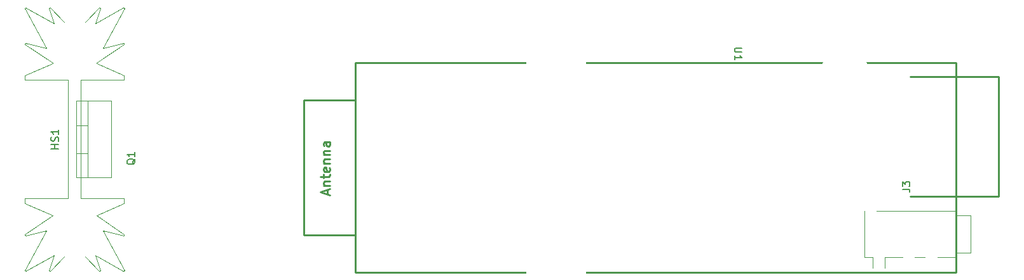
<source format=gbr>
%TF.GenerationSoftware,KiCad,Pcbnew,(7.0.0)*%
%TF.CreationDate,2024-01-21T14:14:10+01:00*%
%TF.ProjectId,bed-smart-plug,6265642d-736d-4617-9274-2d706c75672e,rev?*%
%TF.SameCoordinates,Original*%
%TF.FileFunction,Legend,Top*%
%TF.FilePolarity,Positive*%
%FSLAX46Y46*%
G04 Gerber Fmt 4.6, Leading zero omitted, Abs format (unit mm)*
G04 Created by KiCad (PCBNEW (7.0.0)) date 2024-01-21 14:14:10*
%MOMM*%
%LPD*%
G01*
G04 APERTURE LIST*
%ADD10C,0.150000*%
%ADD11C,0.254000*%
%ADD12C,0.120000*%
%ADD13C,8.000000*%
%ADD14C,6.400000*%
%ADD15C,6.000000*%
%ADD16C,1.778000*%
%ADD17R,1.778000X1.778000*%
%ADD18R,1.200000X2.500000*%
%ADD19C,1.500000*%
%ADD20O,2.000000X1.905000*%
%ADD21R,2.000000X1.905000*%
G04 APERTURE END LIST*
D10*
%TO.C,*%
%TO.C,HS1*%
X101417380Y-79083094D02*
X100417380Y-79083094D01*
X100893571Y-79083094D02*
X100893571Y-78511666D01*
X101417380Y-78511666D02*
X100417380Y-78511666D01*
X101369761Y-78083094D02*
X101417380Y-77940237D01*
X101417380Y-77940237D02*
X101417380Y-77702142D01*
X101417380Y-77702142D02*
X101369761Y-77606904D01*
X101369761Y-77606904D02*
X101322142Y-77559285D01*
X101322142Y-77559285D02*
X101226904Y-77511666D01*
X101226904Y-77511666D02*
X101131666Y-77511666D01*
X101131666Y-77511666D02*
X101036428Y-77559285D01*
X101036428Y-77559285D02*
X100988809Y-77606904D01*
X100988809Y-77606904D02*
X100941190Y-77702142D01*
X100941190Y-77702142D02*
X100893571Y-77892618D01*
X100893571Y-77892618D02*
X100845952Y-77987856D01*
X100845952Y-77987856D02*
X100798333Y-78035475D01*
X100798333Y-78035475D02*
X100703095Y-78083094D01*
X100703095Y-78083094D02*
X100607857Y-78083094D01*
X100607857Y-78083094D02*
X100512619Y-78035475D01*
X100512619Y-78035475D02*
X100465000Y-77987856D01*
X100465000Y-77987856D02*
X100417380Y-77892618D01*
X100417380Y-77892618D02*
X100417380Y-77654523D01*
X100417380Y-77654523D02*
X100465000Y-77511666D01*
X101417380Y-76559285D02*
X101417380Y-77130713D01*
X101417380Y-76844999D02*
X100417380Y-76844999D01*
X100417380Y-76844999D02*
X100560238Y-76940237D01*
X100560238Y-76940237D02*
X100655476Y-77035475D01*
X100655476Y-77035475D02*
X100703095Y-77130713D01*
%TO.C,*%
%TO.C,U1*%
X192447619Y-65628095D02*
X191638095Y-65628095D01*
X191638095Y-65628095D02*
X191542857Y-65675714D01*
X191542857Y-65675714D02*
X191495238Y-65723333D01*
X191495238Y-65723333D02*
X191447619Y-65818571D01*
X191447619Y-65818571D02*
X191447619Y-66009047D01*
X191447619Y-66009047D02*
X191495238Y-66104285D01*
X191495238Y-66104285D02*
X191542857Y-66151904D01*
X191542857Y-66151904D02*
X191638095Y-66199523D01*
X191638095Y-66199523D02*
X192447619Y-66199523D01*
X191447619Y-67199523D02*
X191447619Y-66628095D01*
X191447619Y-66913809D02*
X192447619Y-66913809D01*
X192447619Y-66913809D02*
X192304761Y-66818571D01*
X192304761Y-66818571D02*
X192209523Y-66723333D01*
X192209523Y-66723333D02*
X192161904Y-66628095D01*
D11*
X137203716Y-85137619D02*
X137203716Y-84532857D01*
X137566573Y-85258571D02*
X136296573Y-84835238D01*
X136296573Y-84835238D02*
X137566573Y-84411904D01*
X136719907Y-83988572D02*
X137566573Y-83988572D01*
X136840859Y-83988572D02*
X136780383Y-83928095D01*
X136780383Y-83928095D02*
X136719907Y-83807143D01*
X136719907Y-83807143D02*
X136719907Y-83625714D01*
X136719907Y-83625714D02*
X136780383Y-83504762D01*
X136780383Y-83504762D02*
X136901335Y-83444286D01*
X136901335Y-83444286D02*
X137566573Y-83444286D01*
X136719907Y-83020952D02*
X136719907Y-82537143D01*
X136296573Y-82839524D02*
X137385145Y-82839524D01*
X137385145Y-82839524D02*
X137506097Y-82779047D01*
X137506097Y-82779047D02*
X137566573Y-82658095D01*
X137566573Y-82658095D02*
X137566573Y-82537143D01*
X137506097Y-81630000D02*
X137566573Y-81750952D01*
X137566573Y-81750952D02*
X137566573Y-81992857D01*
X137566573Y-81992857D02*
X137506097Y-82113810D01*
X137506097Y-82113810D02*
X137385145Y-82174286D01*
X137385145Y-82174286D02*
X136901335Y-82174286D01*
X136901335Y-82174286D02*
X136780383Y-82113810D01*
X136780383Y-82113810D02*
X136719907Y-81992857D01*
X136719907Y-81992857D02*
X136719907Y-81750952D01*
X136719907Y-81750952D02*
X136780383Y-81630000D01*
X136780383Y-81630000D02*
X136901335Y-81569524D01*
X136901335Y-81569524D02*
X137022288Y-81569524D01*
X137022288Y-81569524D02*
X137143240Y-82174286D01*
X136719907Y-81025239D02*
X137566573Y-81025239D01*
X136840859Y-81025239D02*
X136780383Y-80964762D01*
X136780383Y-80964762D02*
X136719907Y-80843810D01*
X136719907Y-80843810D02*
X136719907Y-80662381D01*
X136719907Y-80662381D02*
X136780383Y-80541429D01*
X136780383Y-80541429D02*
X136901335Y-80480953D01*
X136901335Y-80480953D02*
X137566573Y-80480953D01*
X136719907Y-79876191D02*
X137566573Y-79876191D01*
X136840859Y-79876191D02*
X136780383Y-79815714D01*
X136780383Y-79815714D02*
X136719907Y-79694762D01*
X136719907Y-79694762D02*
X136719907Y-79513333D01*
X136719907Y-79513333D02*
X136780383Y-79392381D01*
X136780383Y-79392381D02*
X136901335Y-79331905D01*
X136901335Y-79331905D02*
X137566573Y-79331905D01*
X137566573Y-78182857D02*
X136901335Y-78182857D01*
X136901335Y-78182857D02*
X136780383Y-78243333D01*
X136780383Y-78243333D02*
X136719907Y-78364285D01*
X136719907Y-78364285D02*
X136719907Y-78606190D01*
X136719907Y-78606190D02*
X136780383Y-78727143D01*
X137506097Y-78182857D02*
X137566573Y-78303809D01*
X137566573Y-78303809D02*
X137566573Y-78606190D01*
X137566573Y-78606190D02*
X137506097Y-78727143D01*
X137506097Y-78727143D02*
X137385145Y-78787619D01*
X137385145Y-78787619D02*
X137264192Y-78787619D01*
X137264192Y-78787619D02*
X137143240Y-78727143D01*
X137143240Y-78727143D02*
X137082764Y-78606190D01*
X137082764Y-78606190D02*
X137082764Y-78303809D01*
X137082764Y-78303809D02*
X137022288Y-78182857D01*
D10*
%TO.C,J3*%
X213805380Y-84503333D02*
X214519666Y-84503333D01*
X214519666Y-84503333D02*
X214662523Y-84550952D01*
X214662523Y-84550952D02*
X214757761Y-84646190D01*
X214757761Y-84646190D02*
X214805380Y-84789047D01*
X214805380Y-84789047D02*
X214805380Y-84884285D01*
X213805380Y-84122380D02*
X213805380Y-83503333D01*
X213805380Y-83503333D02*
X214186333Y-83836666D01*
X214186333Y-83836666D02*
X214186333Y-83693809D01*
X214186333Y-83693809D02*
X214233952Y-83598571D01*
X214233952Y-83598571D02*
X214281571Y-83550952D01*
X214281571Y-83550952D02*
X214376809Y-83503333D01*
X214376809Y-83503333D02*
X214614904Y-83503333D01*
X214614904Y-83503333D02*
X214710142Y-83550952D01*
X214710142Y-83550952D02*
X214757761Y-83598571D01*
X214757761Y-83598571D02*
X214805380Y-83693809D01*
X214805380Y-83693809D02*
X214805380Y-83979523D01*
X214805380Y-83979523D02*
X214757761Y-84074761D01*
X214757761Y-84074761D02*
X214710142Y-84122380D01*
%TO.C,Q1*%
X111632619Y-80455238D02*
X111585000Y-80550476D01*
X111585000Y-80550476D02*
X111489761Y-80645714D01*
X111489761Y-80645714D02*
X111346904Y-80788571D01*
X111346904Y-80788571D02*
X111299285Y-80883809D01*
X111299285Y-80883809D02*
X111299285Y-80979047D01*
X111537380Y-80931428D02*
X111489761Y-81026666D01*
X111489761Y-81026666D02*
X111394523Y-81121904D01*
X111394523Y-81121904D02*
X111204047Y-81169523D01*
X111204047Y-81169523D02*
X110870714Y-81169523D01*
X110870714Y-81169523D02*
X110680238Y-81121904D01*
X110680238Y-81121904D02*
X110585000Y-81026666D01*
X110585000Y-81026666D02*
X110537380Y-80931428D01*
X110537380Y-80931428D02*
X110537380Y-80740952D01*
X110537380Y-80740952D02*
X110585000Y-80645714D01*
X110585000Y-80645714D02*
X110680238Y-80550476D01*
X110680238Y-80550476D02*
X110870714Y-80502857D01*
X110870714Y-80502857D02*
X111204047Y-80502857D01*
X111204047Y-80502857D02*
X111394523Y-80550476D01*
X111394523Y-80550476D02*
X111489761Y-80645714D01*
X111489761Y-80645714D02*
X111537380Y-80740952D01*
X111537380Y-80740952D02*
X111537380Y-80931428D01*
X111537380Y-79550476D02*
X111537380Y-80121904D01*
X111537380Y-79836190D02*
X110537380Y-79836190D01*
X110537380Y-79836190D02*
X110680238Y-79931428D01*
X110680238Y-79931428D02*
X110775476Y-80026666D01*
X110775476Y-80026666D02*
X110823095Y-80121904D01*
%TO.C,*%
D12*
%TO.C,HS1*%
X110060000Y-60190000D02*
X106290000Y-62340000D01*
X97040000Y-60190000D02*
X100810000Y-62340000D01*
X106820000Y-60200000D02*
X104930000Y-62160000D01*
X100280000Y-60200000D02*
X102170000Y-62160000D01*
X106970000Y-60290000D02*
X106820000Y-60200000D01*
X100130000Y-60290000D02*
X100280000Y-60200000D01*
X110180000Y-60310000D02*
X110060000Y-60190000D01*
X96920000Y-60310000D02*
X97040000Y-60190000D01*
X106290000Y-62340000D02*
X106970000Y-60290000D01*
X100810000Y-62340000D02*
X100130000Y-60290000D01*
X110100000Y-64950000D02*
X107300000Y-65610000D01*
X97000000Y-64950000D02*
X99800000Y-65610000D01*
X110160000Y-65130000D02*
X110100000Y-64950000D01*
X96940000Y-65130000D02*
X97000000Y-64950000D01*
X107300000Y-65610000D02*
X110180000Y-60310000D01*
X99800000Y-65610000D02*
X96920000Y-60310000D01*
X106440000Y-67630000D02*
X110160000Y-65130000D01*
X100660000Y-67630000D02*
X96940000Y-65130000D01*
X110150000Y-69250000D02*
X106440000Y-67640000D01*
X96950000Y-69250000D02*
X100660000Y-67640000D01*
X110150000Y-69920000D02*
X110150000Y-69250000D01*
X104400000Y-69920000D02*
X110150000Y-69920000D01*
X102700000Y-69920000D02*
X96950000Y-69920000D01*
X96950000Y-69920000D02*
X96950000Y-69250000D01*
X104400000Y-77820000D02*
X104400000Y-69920000D01*
X104400000Y-77820000D02*
X104400000Y-85720000D01*
X102700000Y-77820000D02*
X102700000Y-69920000D01*
X102700000Y-77820000D02*
X102700000Y-85720000D01*
X110150000Y-85720000D02*
X110150000Y-86390000D01*
X104400000Y-85720000D02*
X110150000Y-85720000D01*
X102700000Y-85720000D02*
X96950000Y-85720000D01*
X96950000Y-85720000D02*
X96950000Y-86390000D01*
X110150000Y-86390000D02*
X106440000Y-88000000D01*
X96950000Y-86390000D02*
X100660000Y-88000000D01*
X106440000Y-88010000D02*
X110160000Y-90510000D01*
X100660000Y-88010000D02*
X96940000Y-90510000D01*
X107300000Y-90030000D02*
X110180000Y-95330000D01*
X99800000Y-90030000D02*
X96920000Y-95330000D01*
X110160000Y-90510000D02*
X110100000Y-90690000D01*
X96940000Y-90510000D02*
X97000000Y-90690000D01*
X110100000Y-90690000D02*
X107300000Y-90030000D01*
X97000000Y-90690000D02*
X99800000Y-90030000D01*
X106290000Y-93300000D02*
X106970000Y-95350000D01*
X100810000Y-93300000D02*
X100130000Y-95350000D01*
X110180000Y-95330000D02*
X110060000Y-95450000D01*
X96920000Y-95330000D02*
X97040000Y-95450000D01*
X106970000Y-95350000D02*
X106820000Y-95440000D01*
X100130000Y-95350000D02*
X100280000Y-95440000D01*
X106820000Y-95440000D02*
X104930000Y-93480000D01*
X100280000Y-95440000D02*
X102170000Y-93480000D01*
X110060000Y-95450000D02*
X106290000Y-93300000D01*
X97040000Y-95450000D02*
X100810000Y-93300000D01*
D11*
%TO.C,U1*%
X220965000Y-67620000D02*
X140965000Y-67620000D01*
X226661000Y-69439000D02*
X226661000Y-85439000D01*
X214861000Y-69439000D02*
X226661000Y-69439000D01*
X134100000Y-72630000D02*
X140965000Y-72630000D01*
X226661000Y-85439000D02*
X214861000Y-85439000D01*
X134100000Y-90630000D02*
X134100000Y-72630000D01*
X134100000Y-90630000D02*
X140965000Y-90630000D01*
X220965000Y-95620000D02*
X220965000Y-67620000D01*
X214645000Y-95620000D02*
X220965000Y-95620000D01*
X214645000Y-95620000D02*
X140965000Y-95620000D01*
X140965000Y-95620000D02*
X140965000Y-67620000D01*
D12*
%TO.C,J3*%
X208763000Y-87420000D02*
X208763000Y-93620000D01*
X209888000Y-93620000D02*
X208763000Y-93620000D01*
X209888000Y-93620000D02*
X209888000Y-95020000D01*
X210338000Y-87420000D02*
X220863000Y-87420000D01*
X211438000Y-93620000D02*
X211438000Y-95020000D01*
X213838000Y-93620000D02*
X211438000Y-93620000D01*
X216838000Y-93620000D02*
X215488000Y-93620000D01*
X220863000Y-88020000D02*
X220863000Y-87420000D01*
X220863000Y-88020000D02*
X222863000Y-88020000D01*
X220863000Y-93020000D02*
X222863000Y-93020000D01*
X220863000Y-93620000D02*
X218488000Y-93620000D01*
X220863000Y-93620000D02*
X220863000Y-93020000D01*
X222863000Y-93020000D02*
X222863000Y-88020000D01*
%TO.C,Q1*%
X103765000Y-72700000D02*
X108406000Y-72700000D01*
X103765000Y-75969000D02*
X105275000Y-75969000D01*
X103765000Y-79670000D02*
X105275000Y-79670000D01*
X108406000Y-82940000D02*
X108406000Y-72700000D01*
X105275000Y-82940000D02*
X105275000Y-72700000D01*
X103765000Y-82940000D02*
X103765000Y-72700000D01*
X103765000Y-82940000D02*
X108406000Y-82940000D01*
%TD*%
%LPC*%
D13*
%TO.C,*%
X167685000Y-67660000D03*
%TD*%
D14*
%TO.C,*%
X206175000Y-69075000D03*
%TD*%
D15*
%TO.C,HS1*%
X103550000Y-65120000D03*
X103550000Y-90520000D03*
%TD*%
D14*
%TO.C,*%
X91425000Y-69075000D03*
%TD*%
%TO.C,*%
X206175000Y-123325000D03*
%TD*%
D16*
%TO.C,U1*%
X174035000Y-68930000D03*
X176575000Y-68930000D03*
X179115000Y-68930000D03*
X181655000Y-68930000D03*
X184195000Y-68930000D03*
X186735000Y-68930000D03*
X189275000Y-68930000D03*
X191815000Y-68930000D03*
X194355000Y-68930000D03*
X196895000Y-68930000D03*
X196895000Y-94330000D03*
X194355000Y-94330000D03*
X191815000Y-94330000D03*
X189275000Y-94330000D03*
X186735000Y-94330000D03*
X184195000Y-94330000D03*
X181655000Y-94330000D03*
X179115000Y-94330000D03*
X176575000Y-94330000D03*
D17*
X174034999Y-94329999D03*
%TD*%
D18*
%TO.C,J3*%
X210662999Y-93769999D03*
X209562999Y-87269999D03*
X217662999Y-93769999D03*
X214662999Y-93769999D03*
D19*
X212263000Y-90520000D03*
X219263000Y-90520000D03*
%TD*%
D20*
%TO.C,Q1*%
X107034999Y-75279999D03*
X107034999Y-77819999D03*
D21*
X107034999Y-80359999D03*
%TD*%
D14*
%TO.C,*%
X91425000Y-123325000D03*
%TD*%
D13*
%TO.C,*%
X167685000Y-95600000D03*
%TD*%
M02*

</source>
